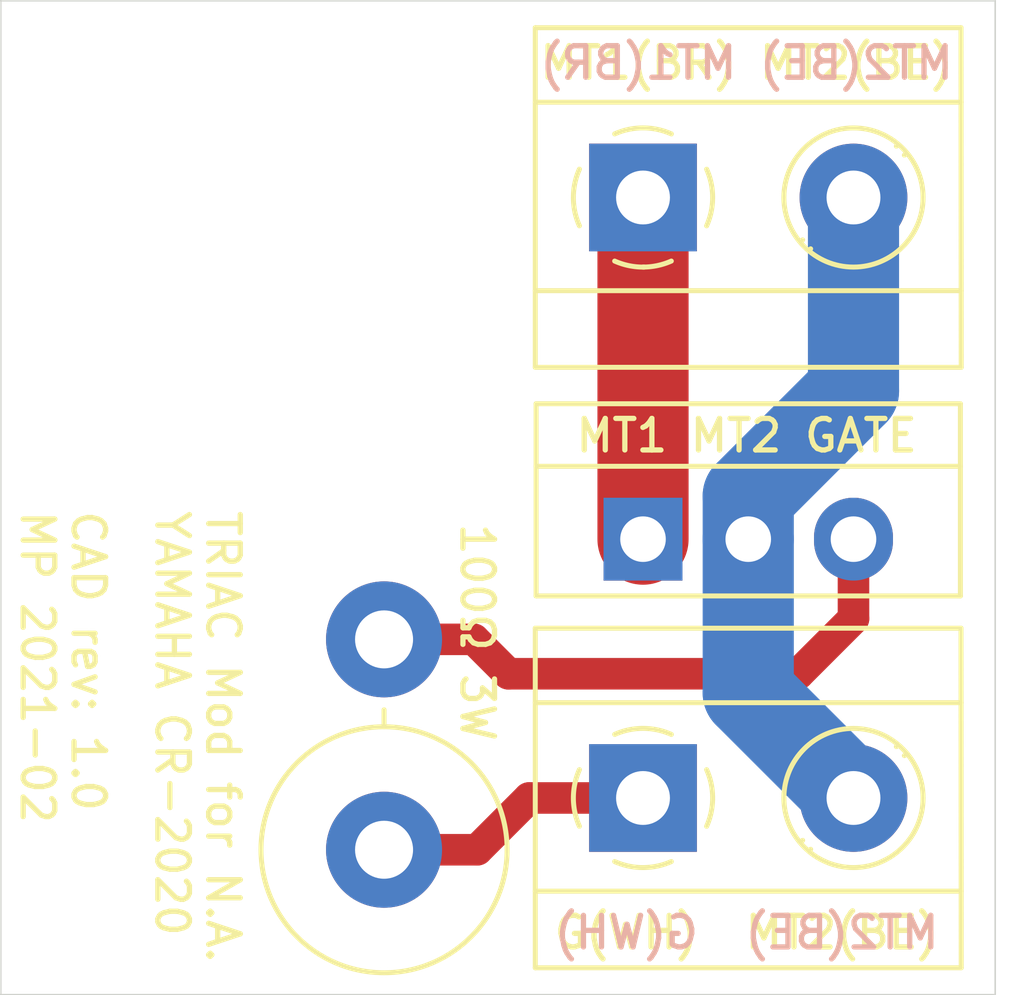
<source format=kicad_pcb>
(kicad_pcb (version 20171130) (host pcbnew 5.1.7)

  (general
    (thickness 1.6002)
    (drawings 8)
    (tracks 15)
    (zones 0)
    (modules 5)
    (nets 1)
  )

  (page USLetter)
  (title_block
    (rev 1)
  )

  (layers
    (0 Front signal)
    (31 Back signal)
    (34 B.Paste user)
    (35 F.Paste user)
    (36 B.SilkS user)
    (37 F.SilkS user)
    (38 B.Mask user)
    (39 F.Mask user)
    (44 Edge.Cuts user)
    (45 Margin user)
    (46 B.CrtYd user)
    (47 F.CrtYd user)
    (49 F.Fab user hide)
  )

  (setup
    (last_trace_width 0.762)
    (user_trace_width 0.254)
    (user_trace_width 0.508)
    (user_trace_width 0.762)
    (user_trace_width 2.2)
    (user_trace_width 2.5)
    (trace_clearance 0.1524)
    (zone_clearance 0.508)
    (zone_45_only no)
    (trace_min 0.1524)
    (via_size 0.508)
    (via_drill 0.254)
    (via_min_size 0.508)
    (via_min_drill 0.254)
    (user_via 0.6858 0.3302)
    (user_via 0.889 0.381)
    (uvia_size 0.6858)
    (uvia_drill 0.254)
    (uvias_allowed no)
    (uvia_min_size 0)
    (uvia_min_drill 0)
    (edge_width 0.0381)
    (segment_width 0.254)
    (pcb_text_width 0.3048)
    (pcb_text_size 1.524 1.524)
    (mod_edge_width 0.127)
    (mod_text_size 0.762 0.762)
    (mod_text_width 0.127)
    (pad_size 1.524 1.524)
    (pad_drill 0.762)
    (pad_to_mask_clearance 0.0508)
    (aux_axis_origin 0 0)
    (visible_elements FFFFFF7F)
    (pcbplotparams
      (layerselection 0x010f0_ffffffff)
      (usegerberextensions false)
      (usegerberattributes false)
      (usegerberadvancedattributes false)
      (creategerberjobfile false)
      (excludeedgelayer true)
      (linewidth 0.100000)
      (plotframeref false)
      (viasonmask false)
      (mode 1)
      (useauxorigin false)
      (hpglpennumber 1)
      (hpglpenspeed 20)
      (hpglpendiameter 15.000000)
      (psnegative false)
      (psa4output false)
      (plotreference true)
      (plotvalue false)
      (plotinvisibletext false)
      (padsonsilk true)
      (subtractmaskfromsilk false)
      (outputformat 1)
      (mirror false)
      (drillshape 0)
      (scaleselection 1)
      (outputdirectory "gerbers/"))
  )

  (net 0 "")

  (net_class Default "This is the default net class."
    (clearance 0.1524)
    (trace_width 0.1524)
    (via_dia 0.508)
    (via_drill 0.254)
    (uvia_dia 0.6858)
    (uvia_drill 0.254)
    (diff_pair_width 0.1524)
    (diff_pair_gap 0.1524)
  )

  (module triacmod:TerminalBlock_Phoenix_MKDSN_1x2_P5.08mm (layer Front) (tedit 60282056) (tstamp 60281507)
    (at 147 111.75)
    (descr "Terminal Block Phoenix MKDS-1,5-2-5.08, 2 pins, pitch 5.08mm, size 10.2x9.8mm^2, drill diamater 1.3mm, pad diameter 2.6mm, see http://www.farnell.com/datasheets/100425.pdf, script-generated using https://github.com/pointhi/kicad-footprint-generator/scripts/TerminalBlock_Phoenix")
    (tags "THT Terminal Block Phoenix MKDS-1,5-2-5.08 pitch 5.08mm size 10.2x9.8mm^2 drill 1.3mm pad 2.6mm")
    (fp_text reference "G(WH)  MT2(BE)" (at 2.5 3.25) (layer F.SilkS)
      (effects (font (size 0.762 0.762) (thickness 0.127)))
    )
    (fp_text value TerminalBlock_Phoenix_MKDSN_1x2_P5.08mm (at 2.54 5.66) (layer F.Fab)
      (effects (font (size 1 1) (thickness 0.15)))
    )
    (fp_line (start 7.675 -4.1) (end -2.6 -4.1) (layer F.SilkS) (width 0.12))
    (fp_line (start 8.13 -4.5) (end -3.04 -4.5) (layer F.CrtYd) (width 0.05))
    (fp_line (start 8.13 4.35) (end 8.13 -4.5) (layer F.CrtYd) (width 0.05))
    (fp_line (start -3.04 4.35) (end 8.13 4.35) (layer F.CrtYd) (width 0.05))
    (fp_line (start -3.04 -4.5) (end -3.04 4.35) (layer F.CrtYd) (width 0.05))
    (fp_line (start 3.853 1.023) (end 3.806 1.069) (layer F.SilkS) (width 0.12))
    (fp_line (start 6.15 -1.275) (end 6.115 -1.239) (layer F.SilkS) (width 0.12))
    (fp_line (start 4.046 1.239) (end 4.011 1.274) (layer F.SilkS) (width 0.12))
    (fp_line (start 6.355 -1.069) (end 6.308 -1.023) (layer F.SilkS) (width 0.12))
    (fp_line (start 6.035 -1.138) (end 3.943 0.955) (layer F.Fab) (width 0.1))
    (fp_line (start 6.218 -0.955) (end 4.126 1.138) (layer F.Fab) (width 0.1))
    (fp_line (start 0.955 -1.138) (end -1.138 0.955) (layer F.Fab) (width 0.1))
    (fp_line (start 1.138 -0.955) (end -0.955 1.138) (layer F.Fab) (width 0.1))
    (fp_line (start 7.675 -4.1) (end 7.68 4.1) (layer F.SilkS) (width 0.12))
    (fp_line (start -2.6 -4.1) (end -2.6 4.1) (layer F.SilkS) (width 0.12))
    (fp_line (start -2.6 -2.301) (end 7.68 -2.301) (layer F.SilkS) (width 0.12))
    (fp_line (start -2.54 -2.3) (end 7.62 -2.3) (layer F.Fab) (width 0.1))
    (fp_line (start -2.6 2.25) (end 7.68 2.25) (layer F.SilkS) (width 0.12))
    (fp_line (start -2.54 2.25) (end 7.62 2.25) (layer F.Fab) (width 0.1))
    (fp_line (start -2.6 4.1) (end 7.68 4.1) (layer F.SilkS) (width 0.12))
    (fp_line (start -2.54 4.1) (end 7.62 4.1) (layer F.Fab) (width 0.1))
    (fp_line (start -2.54 4.1) (end -2.56 -4) (layer F.Fab) (width 0.1))
    (fp_line (start 7.62 4.1) (end -2.54 4.1) (layer F.Fab) (width 0.1))
    (fp_line (start 7.6 -4) (end 7.62 4.1) (layer F.Fab) (width 0.1))
    (fp_line (start -2.56 -4) (end 7.6 -4) (layer F.Fab) (width 0.1))
    (fp_circle (center 5.08 0) (end 6.76 0) (layer F.SilkS) (width 0.12))
    (fp_circle (center 5.08 0) (end 6.58 0) (layer F.Fab) (width 0.1))
    (fp_circle (center 0 0) (end 1.5 0) (layer F.Fab) (width 0.1))
    (fp_arc (start 0 0) (end 0 1.68) (angle -24) (layer F.SilkS) (width 0.12))
    (fp_arc (start 0 0) (end 1.535 0.684) (angle -48) (layer F.SilkS) (width 0.12))
    (fp_arc (start 0 0) (end 0.684 -1.535) (angle -48) (layer F.SilkS) (width 0.12))
    (fp_arc (start 0 0) (end -1.535 -0.684) (angle -48) (layer F.SilkS) (width 0.12))
    (fp_arc (start 0 0) (end -0.684 1.535) (angle -25) (layer F.SilkS) (width 0.12))
    (fp_text user %R (at 2.55 3.4) (layer F.Fab)
      (effects (font (size 1 1) (thickness 0.15)))
    )
    (pad 1 thru_hole rect (at 0 0) (size 2.6 2.6) (drill 1.3) (layers *.Cu *.Mask))
    (pad 2 thru_hole circle (at 5.08 0) (size 2.6 2.6) (drill 1.3) (layers *.Cu *.Mask))
    (model ${KISYS3DMOD}/TerminalBlock_Phoenix.3dshapes/TerminalBlock_Phoenix_MKDS-1,5-2-5.08_1x02_P5.08mm_Horizontal.wrl
      (at (xyz 0 0 0))
      (scale (xyz 1 1 1))
      (rotate (xyz 0 0 0))
    )
  )

  (module triacmod:TerminalBlock_Phoenix_MKDSN_1x2_P5.08mm (layer Front) (tedit 6028202A) (tstamp 602814E0)
    (at 147 97.25)
    (descr "Terminal Block Phoenix MKDS-1,5-2-5.08, 2 pins, pitch 5.08mm, size 10.2x9.8mm^2, drill diamater 1.3mm, pad diameter 2.6mm, see http://www.farnell.com/datasheets/100425.pdf, script-generated using https://github.com/pointhi/kicad-footprint-generator/scripts/TerminalBlock_Phoenix")
    (tags "THT Terminal Block Phoenix MKDS-1,5-2-5.08 pitch 5.08mm size 10.2x9.8mm^2 drill 1.3mm pad 2.6mm")
    (fp_text reference "MT1(BR) MT2(BE)" (at 2.5 -3.25 180) (layer F.SilkS)
      (effects (font (size 0.762 0.762) (thickness 0.127)))
    )
    (fp_text value TerminalBlock_Phoenix_MKDSN_1x2_P5.08mm (at 2.54 5.66 180) (layer F.Fab)
      (effects (font (size 1 1) (thickness 0.15)))
    )
    (fp_line (start 7.675 -4.1) (end -2.6 -4.1) (layer F.SilkS) (width 0.12))
    (fp_line (start 8.13 -4.5) (end -3.04 -4.5) (layer F.CrtYd) (width 0.05))
    (fp_line (start 8.13 4.35) (end 8.13 -4.5) (layer F.CrtYd) (width 0.05))
    (fp_line (start -3.04 4.35) (end 8.13 4.35) (layer F.CrtYd) (width 0.05))
    (fp_line (start -3.04 -4.5) (end -3.04 4.35) (layer F.CrtYd) (width 0.05))
    (fp_line (start 3.853 1.023) (end 3.806 1.069) (layer F.SilkS) (width 0.12))
    (fp_line (start 6.15 -1.275) (end 6.115 -1.239) (layer F.SilkS) (width 0.12))
    (fp_line (start 4.046 1.239) (end 4.011 1.274) (layer F.SilkS) (width 0.12))
    (fp_line (start 6.355 -1.069) (end 6.308 -1.023) (layer F.SilkS) (width 0.12))
    (fp_line (start 6.035 -1.138) (end 3.943 0.955) (layer F.Fab) (width 0.1))
    (fp_line (start 6.218 -0.955) (end 4.126 1.138) (layer F.Fab) (width 0.1))
    (fp_line (start 0.955 -1.138) (end -1.138 0.955) (layer F.Fab) (width 0.1))
    (fp_line (start 1.138 -0.955) (end -0.955 1.138) (layer F.Fab) (width 0.1))
    (fp_line (start 7.675 -4.1) (end 7.68 4.1) (layer F.SilkS) (width 0.12))
    (fp_line (start -2.6 -4.1) (end -2.6 4.1) (layer F.SilkS) (width 0.12))
    (fp_line (start -2.6 -2.301) (end 7.68 -2.301) (layer F.SilkS) (width 0.12))
    (fp_line (start -2.54 -2.3) (end 7.62 -2.3) (layer F.Fab) (width 0.1))
    (fp_line (start -2.6 2.25) (end 7.68 2.25) (layer F.SilkS) (width 0.12))
    (fp_line (start -2.54 2.25) (end 7.62 2.25) (layer F.Fab) (width 0.1))
    (fp_line (start -2.6 4.1) (end 7.68 4.1) (layer F.SilkS) (width 0.12))
    (fp_line (start -2.54 4.1) (end 7.62 4.1) (layer F.Fab) (width 0.1))
    (fp_line (start -2.54 4.1) (end -2.56 -4) (layer F.Fab) (width 0.1))
    (fp_line (start 7.62 4.1) (end -2.54 4.1) (layer F.Fab) (width 0.1))
    (fp_line (start 7.6 -4) (end 7.62 4.1) (layer F.Fab) (width 0.1))
    (fp_line (start -2.56 -4) (end 7.6 -4) (layer F.Fab) (width 0.1))
    (fp_circle (center 5.08 0) (end 6.76 0) (layer F.SilkS) (width 0.12))
    (fp_circle (center 5.08 0) (end 6.58 0) (layer F.Fab) (width 0.1))
    (fp_circle (center 0 0) (end 1.5 0) (layer F.Fab) (width 0.1))
    (fp_arc (start 0 0) (end 0 1.68) (angle -24) (layer F.SilkS) (width 0.12))
    (fp_arc (start 0 0) (end 1.535 0.684) (angle -48) (layer F.SilkS) (width 0.12))
    (fp_arc (start 0 0) (end 0.684 -1.535) (angle -48) (layer F.SilkS) (width 0.12))
    (fp_arc (start 0 0) (end -1.535 -0.684) (angle -48) (layer F.SilkS) (width 0.12))
    (fp_arc (start 0 0) (end -0.684 1.535) (angle -25) (layer F.SilkS) (width 0.12))
    (fp_text user %R (at 2.55 3.4 180) (layer F.Fab)
      (effects (font (size 1 1) (thickness 0.15)))
    )
    (pad 1 thru_hole rect (at 0 0) (size 2.6 2.6) (drill 1.3) (layers *.Cu *.Mask))
    (pad 2 thru_hole circle (at 5.08 0) (size 2.6 2.6) (drill 1.3) (layers *.Cu *.Mask))
    (model ${KISYS3DMOD}/TerminalBlock_Phoenix.3dshapes/TerminalBlock_Phoenix_MKDS-1,5-2-5.08_1x02_P5.08mm_Horizontal.wrl
      (at (xyz 0 0 0))
      (scale (xyz 1 1 1))
      (rotate (xyz 0 0 0))
    )
  )

  (module MountingHole:MountingHole_3.2mm_M3 (layer Front) (tedit 60281DBC) (tstamp 60281552)
    (at 137.25 98.25)
    (descr "Mounting Hole 3.2mm, no annular, M3")
    (tags "mounting hole 3.2mm no annular m3")
    (attr virtual)
    (fp_text reference MH1 (at 0 0) (layer F.SilkS)
      (effects (font (size 1 1) (thickness 0.15)))
    )
    (fp_text value MountingHole_3.2mm_M3 (at 0 4.2) (layer F.Fab)
      (effects (font (size 1 1) (thickness 0.15)))
    )
    (fp_circle (center 0 0) (end 4.3 0) (layer Cmts.User) (width 0.15))
    (fp_circle (center 0 0) (end 4.5 0) (layer F.CrtYd) (width 0.05))
    (fp_text user %R (at 0.3 0) (layer F.Fab)
      (effects (font (size 1 1) (thickness 0.15)))
    )
    (pad 1 np_thru_hole circle (at 0 0) (size 3.2 3.2) (drill 3.2) (layers *.Cu *.Mask))
  )

  (module Resistor_THT:R_Axial_DIN0614_L14.3mm_D5.7mm_P5.08mm_Vertical (layer Front) (tedit 5AE5139B) (tstamp 60281544)
    (at 140.75 113 90)
    (descr "Resistor, Axial_DIN0614 series, Axial, Vertical, pin pitch=5.08mm, 1.5W, length*diameter=14.3*5.7mm^2")
    (tags "Resistor Axial_DIN0614 series Axial Vertical pin pitch 5.08mm 1.5W length 14.3mm diameter 5.7mm")
    (fp_text reference "100Ω 3W" (at 5.25 2.25 270 unlocked) (layer F.SilkS)
      (effects (font (size 0.762 0.762) (thickness 0.127)))
    )
    (fp_text value R_Axial_DIN0614_L14.3mm_D5.7mm_P5.08mm_Vertical (at 2.54 3.97 90) (layer F.Fab)
      (effects (font (size 1 1) (thickness 0.15)))
    )
    (fp_circle (center 0 0) (end 2.85 0) (layer F.Fab) (width 0.1))
    (fp_circle (center 0 0) (end 2.97 0) (layer F.SilkS) (width 0.12))
    (fp_line (start 0 0) (end 5.08 0) (layer F.Fab) (width 0.1))
    (fp_line (start 2.97 0) (end 3.38 0) (layer F.SilkS) (width 0.12))
    (fp_line (start -3.1 -3.1) (end -3.1 3.1) (layer F.CrtYd) (width 0.05))
    (fp_line (start -3.1 3.1) (end 6.73 3.1) (layer F.CrtYd) (width 0.05))
    (fp_line (start 6.73 3.1) (end 6.73 -3.1) (layer F.CrtYd) (width 0.05))
    (fp_line (start 6.73 -3.1) (end -3.1 -3.1) (layer F.CrtYd) (width 0.05))
    (fp_text user %R (at 2.54 -3.97 90) (layer F.Fab)
      (effects (font (size 1 1) (thickness 0.15)))
    )
    (pad 1 thru_hole circle (at 0 0 90) (size 2.8 2.8) (drill 1.4) (layers *.Cu *.Mask))
    (pad 2 thru_hole oval (at 5.08 0 90) (size 2.8 2.8) (drill 1.4) (layers *.Cu *.Mask))
    (model ${KISYS3DMOD}/Resistor_THT.3dshapes/R_Axial_DIN0614_L14.3mm_D5.7mm_P5.08mm_Vertical.wrl
      (at (xyz 0 0 0))
      (scale (xyz 1 1 1))
      (rotate (xyz 0 0 0))
    )
  )

  (module Package_TO_SOT_THT:TO-220-3_Vertical (layer Front) (tedit 60203452) (tstamp 6028152E)
    (at 147 105.5)
    (descr "TO-220-3, Vertical, RM 2.54mm, see https://www.vishay.com/docs/66542/to-220-1.pdf")
    (tags "TO-220-3 Vertical RM 2.54mm")
    (fp_text reference "MT1 MT2 GATE" (at 2.5 -2.5 180) (layer F.SilkS)
      (effects (font (size 0.762 0.762) (thickness 0.127)))
    )
    (fp_text value TO-220-3_Vertical (at 2.54 2.5 180) (layer F.Fab)
      (effects (font (size 1 1) (thickness 0.15)))
    )
    (fp_line (start -2.46 -3.15) (end -2.46 1.25) (layer F.Fab) (width 0.1))
    (fp_line (start -2.46 1.25) (end 7.54 1.25) (layer F.Fab) (width 0.1))
    (fp_line (start 7.54 1.25) (end 7.54 -3.15) (layer F.Fab) (width 0.1))
    (fp_line (start 7.54 -3.15) (end -2.46 -3.15) (layer F.Fab) (width 0.1))
    (fp_line (start -2.46 -1.88) (end 7.54 -1.88) (layer F.Fab) (width 0.1))
    (fp_line (start -2.58 -3.27) (end 7.66 -3.27) (layer F.SilkS) (width 0.12))
    (fp_line (start -2.58 1.371) (end 7.66 1.371) (layer F.SilkS) (width 0.12))
    (fp_line (start -2.58 -3.27) (end -2.58 1.371) (layer F.SilkS) (width 0.12))
    (fp_line (start 7.66 -3.27) (end 7.66 1.371) (layer F.SilkS) (width 0.12))
    (fp_line (start -2.58 -1.76) (end 7.66 -1.76) (layer F.SilkS) (width 0.12))
    (fp_line (start -2.71 -3.4) (end -2.71 1.51) (layer F.CrtYd) (width 0.05))
    (fp_line (start -2.71 1.51) (end 7.79 1.51) (layer F.CrtYd) (width 0.05))
    (fp_line (start 7.79 1.51) (end 7.79 -3.4) (layer F.CrtYd) (width 0.05))
    (fp_line (start 7.79 -3.4) (end -2.71 -3.4) (layer F.CrtYd) (width 0.05))
    (fp_text user %R (at 2.54 -4.27 180) (layer F.Fab)
      (effects (font (size 1 1) (thickness 0.15)))
    )
    (pad 3 thru_hole oval (at 5.08 0) (size 1.905 2) (drill 1.1) (layers *.Cu *.Mask))
    (pad 2 thru_hole oval (at 2.54 0) (size 1.905 2) (drill 1.1) (layers *.Cu *.Mask))
    (pad 1 thru_hole rect (at 0 0) (size 1.905 2) (drill 1.1) (layers *.Cu *.Mask))
    (model ${KISYS3DMOD}/Package_TO_SOT_THT.3dshapes/TO-220-3_Vertical.wrl
      (at (xyz 0 0 0))
      (scale (xyz 1 1 1))
      (rotate (xyz 0 0 0))
    )
  )

  (gr_text "TRIAC Mod for N.A.\nYAMAHA CR-2020" (at 136.25 104.75 -90) (layer F.SilkS)
    (effects (font (size 0.762 0.762) (thickness 0.127)) (justify left))
  )
  (gr_text "CAD rev: 1.0\nMP 2021-02" (at 133 104.75 -90) (layer F.SilkS)
    (effects (font (size 0.762 0.762) (thickness 0.127)) (justify left))
  )
  (gr_text "MT2(BE)  G(WH)" (at 149.5 115) (layer B.SilkS)
    (effects (font (size 0.762 0.762) (thickness 0.127)) (justify mirror))
  )
  (gr_text "MT2(BE) MT1(BR)" (at 149.5 94) (layer B.SilkS)
    (effects (font (size 0.762 0.762) (thickness 0.127)) (justify mirror))
  )
  (gr_line (start 131.5 116.5) (end 155.5 116.5) (layer Edge.Cuts) (width 0.0381) (tstamp 60281CA4))
  (gr_line (start 131.5 92.5) (end 155.5 92.5) (layer Edge.Cuts) (width 0.0381) (tstamp 60281CA4))
  (gr_line (start 131.5 92.5) (end 131.5 116.5) (layer Edge.Cuts) (width 0.0381) (tstamp 60281CA4))
  (gr_line (start 155.5 92.5) (end 155.5 116.5) (layer Edge.Cuts) (width 0.0381))

  (segment (start 149.54 109.21) (end 152.08 111.75) (width 2.2) (layer Back) (net 0))
  (segment (start 149.54 105.5) (end 149.54 109.21) (width 2.2) (layer Back) (net 0))
  (segment (start 140.75 107.92) (end 140.75 108) (width 0.762) (layer Front) (net 0))
  (segment (start 147 105.5) (end 147 97.25) (width 2.2) (layer Front) (net 0))
  (segment (start 149.54 105.5) (end 149.54 104.46) (width 2.2) (layer Back) (net 0))
  (segment (start 152.08 101.92) (end 152.08 97.25) (width 2.2) (layer Back) (net 0))
  (segment (start 149.54 104.46) (end 152.08 101.92) (width 2.2) (layer Back) (net 0))
  (segment (start 140.75 113) (end 143 113) (width 0.762) (layer Front) (net 0))
  (segment (start 140.75 107.92) (end 142.92 107.92) (width 0.762) (layer Front) (net 0))
  (segment (start 142.92 107.92) (end 143.75 108.75) (width 0.762) (layer Front) (net 0))
  (segment (start 143.75 108.75) (end 150.75 108.75) (width 0.762) (layer Front) (net 0))
  (segment (start 150.75 108.75) (end 152.08 107.42) (width 0.762) (layer Front) (net 0))
  (segment (start 152.08 107.42) (end 152.08 105.5) (width 0.762) (layer Front) (net 0))
  (segment (start 144.25 111.75) (end 143 113) (width 0.762) (layer Front) (net 0))
  (segment (start 147 111.75) (end 144.25 111.75) (width 0.762) (layer Front) (net 0))

)

</source>
